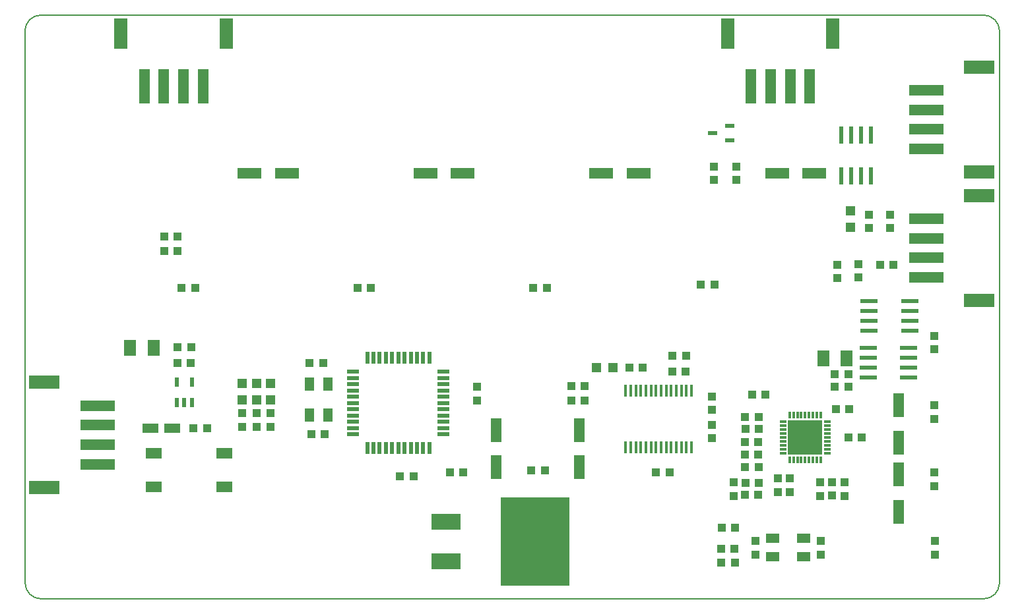
<source format=gtp>
%FSLAX23Y23*%
%MOIN*%
G70*
G01*
G75*
G04 Layer_Color=8421504*
%ADD10C,0.008*%
%ADD11C,0.020*%
%ADD12C,0.010*%
%ADD13C,0.030*%
%ADD14R,0.048X0.048*%
%ADD15R,0.048X0.048*%
%ADD16R,0.071X0.048*%
%ADD17R,0.048X0.071*%
%ADD18R,0.087X0.024*%
%ADD19R,0.038X0.012*%
%ADD20R,0.012X0.038*%
%ADD21R,0.173X0.173*%
%ADD22R,0.060X0.020*%
%ADD23R,0.020X0.060*%
%ADD24R,0.022X0.048*%
%ADD25R,0.016X0.060*%
%ADD26R,0.150X0.082*%
%ADD27R,0.350X0.450*%
%ADD28R,0.083X0.052*%
%ADD29R,0.040X0.044*%
%ADD30R,0.044X0.040*%
%ADD31R,0.024X0.087*%
%ADD32R,0.046X0.021*%
%ADD33R,0.178X0.052*%
%ADD34R,0.154X0.071*%
%ADD35R,0.052X0.178*%
%ADD36R,0.071X0.154*%
%ADD37R,0.056X0.119*%
%ADD38R,0.043X0.042*%
%ADD39R,0.042X0.043*%
%ADD40R,0.060X0.079*%
%ADD41R,0.119X0.056*%
%ADD42R,0.079X0.048*%
%ADD43C,0.040*%
%ADD44C,0.012*%
%ADD45C,0.015*%
%ADD46C,0.006*%
%ADD47O,0.060X0.120*%
%ADD48C,0.054*%
%ADD49C,0.137*%
%ADD50C,0.060*%
%ADD51O,0.102X0.295*%
%ADD52O,0.181X0.059*%
%ADD53O,0.063X0.189*%
%ADD54C,0.066*%
%ADD55C,0.135*%
%ADD56P,0.065X8X22.5*%
%ADD57C,0.230*%
%ADD58C,0.056*%
%ADD59C,0.030*%
%ADD60C,0.040*%
%ADD61C,0.000*%
%ADD62C,0.004*%
%ADD63C,0.005*%
%ADD64R,0.006X0.012*%
%ADD65R,0.006X0.012*%
%ADD66R,0.012X0.012*%
%ADD67R,0.008X0.008*%
%ADD68R,0.098X0.056*%
D14*
X4170Y1964D02*
D03*
Y1881D02*
D03*
X1240Y1090D02*
D03*
Y1007D02*
D03*
X1168Y1090D02*
D03*
Y1007D02*
D03*
X1096Y1090D02*
D03*
Y1007D02*
D03*
D15*
X2886Y1170D02*
D03*
X2969D02*
D03*
D16*
X3934Y212D02*
D03*
X3776D02*
D03*
X3934Y307D02*
D03*
X3776D02*
D03*
D17*
X1530Y1087D02*
D03*
Y929D02*
D03*
X1435Y1087D02*
D03*
Y929D02*
D03*
D18*
X4263Y1456D02*
D03*
X4468D02*
D03*
X4263Y1506D02*
D03*
Y1406D02*
D03*
Y1356D02*
D03*
X4468Y1506D02*
D03*
Y1406D02*
D03*
Y1356D02*
D03*
X4259Y1220D02*
D03*
X4464D02*
D03*
X4259Y1270D02*
D03*
Y1170D02*
D03*
Y1120D02*
D03*
X4464Y1270D02*
D03*
Y1170D02*
D03*
Y1120D02*
D03*
D19*
X4054Y737D02*
D03*
Y757D02*
D03*
Y777D02*
D03*
Y796D02*
D03*
Y816D02*
D03*
Y836D02*
D03*
Y855D02*
D03*
Y875D02*
D03*
Y895D02*
D03*
X3828D02*
D03*
Y875D02*
D03*
Y855D02*
D03*
Y836D02*
D03*
Y816D02*
D03*
Y796D02*
D03*
Y777D02*
D03*
Y757D02*
D03*
Y737D02*
D03*
D20*
X4020Y929D02*
D03*
X4000D02*
D03*
X3980D02*
D03*
X3961D02*
D03*
X3941D02*
D03*
X3921D02*
D03*
X3902D02*
D03*
X3882D02*
D03*
X3862D02*
D03*
Y703D02*
D03*
X3882D02*
D03*
X3902D02*
D03*
X3921D02*
D03*
X3941D02*
D03*
X3961D02*
D03*
X3980D02*
D03*
X4000D02*
D03*
X4020D02*
D03*
D21*
X3941Y816D02*
D03*
D22*
X1657Y1148D02*
D03*
Y1116D02*
D03*
Y1085D02*
D03*
Y1053D02*
D03*
Y1022D02*
D03*
Y990D02*
D03*
Y959D02*
D03*
Y927D02*
D03*
Y896D02*
D03*
Y864D02*
D03*
Y833D02*
D03*
X2114D02*
D03*
Y864D02*
D03*
Y896D02*
D03*
Y927D02*
D03*
Y959D02*
D03*
Y990D02*
D03*
Y1022D02*
D03*
Y1053D02*
D03*
Y1085D02*
D03*
Y1116D02*
D03*
Y1148D02*
D03*
D23*
X1728Y762D02*
D03*
X1759D02*
D03*
X1791D02*
D03*
X1822D02*
D03*
X1854D02*
D03*
X1885D02*
D03*
X1917D02*
D03*
X1948D02*
D03*
X1980D02*
D03*
X2011D02*
D03*
X2043D02*
D03*
Y1219D02*
D03*
X2011D02*
D03*
X1980D02*
D03*
X1948D02*
D03*
X1917D02*
D03*
X1885D02*
D03*
X1854D02*
D03*
X1822D02*
D03*
X1791D02*
D03*
X1759D02*
D03*
X1728D02*
D03*
D24*
X767Y1097D02*
D03*
X842D02*
D03*
Y994D02*
D03*
X804D02*
D03*
X767D02*
D03*
D25*
X3034Y766D02*
D03*
X3059D02*
D03*
X3085D02*
D03*
X3110D02*
D03*
X3136D02*
D03*
X3162D02*
D03*
X3187D02*
D03*
X3213D02*
D03*
X3239D02*
D03*
X3264D02*
D03*
X3290D02*
D03*
X3316D02*
D03*
X3341D02*
D03*
X3367D02*
D03*
Y1052D02*
D03*
X3341D02*
D03*
X3316D02*
D03*
X3290D02*
D03*
X3264D02*
D03*
X3239D02*
D03*
X3213D02*
D03*
X3187D02*
D03*
X3162D02*
D03*
X3136D02*
D03*
X3110D02*
D03*
X3085D02*
D03*
X3059D02*
D03*
X3034D02*
D03*
D26*
X2125Y391D02*
D03*
Y191D02*
D03*
D27*
X2575Y291D02*
D03*
D28*
X1007Y565D02*
D03*
Y735D02*
D03*
X648Y565D02*
D03*
Y735D02*
D03*
D29*
X3517Y252D02*
D03*
X3584D02*
D03*
X3637Y794D02*
D03*
X3704D02*
D03*
X3638Y858D02*
D03*
X3705D02*
D03*
X3673Y1033D02*
D03*
X3740D02*
D03*
X3704Y730D02*
D03*
X3637D02*
D03*
X3638Y587D02*
D03*
X3705D02*
D03*
X3637Y525D02*
D03*
X3704D02*
D03*
X769Y1760D02*
D03*
X702D02*
D03*
X769Y1832D02*
D03*
X702D02*
D03*
X4320Y1691D02*
D03*
X4387D02*
D03*
X2758Y1003D02*
D03*
X2825D02*
D03*
X837Y1194D02*
D03*
X770D02*
D03*
X3121Y1170D02*
D03*
X3054D02*
D03*
X3270Y1149D02*
D03*
X3337D02*
D03*
D30*
X4077Y522D02*
D03*
Y589D02*
D03*
X3803Y608D02*
D03*
Y541D02*
D03*
X4368Y1876D02*
D03*
Y1943D02*
D03*
X4264Y1942D02*
D03*
Y1875D02*
D03*
X3592Y2119D02*
D03*
Y2186D02*
D03*
X3480Y2185D02*
D03*
Y2118D02*
D03*
X4210Y1625D02*
D03*
Y1692D02*
D03*
X1168Y871D02*
D03*
Y938D02*
D03*
X1096Y871D02*
D03*
Y938D02*
D03*
X3470Y814D02*
D03*
Y881D02*
D03*
X1240Y871D02*
D03*
Y938D02*
D03*
D31*
X4174Y2140D02*
D03*
Y2345D02*
D03*
X4124Y2140D02*
D03*
X4224D02*
D03*
X4274D02*
D03*
X4124Y2345D02*
D03*
X4224D02*
D03*
X4274D02*
D03*
D32*
X3560Y2320D02*
D03*
Y2394D02*
D03*
X3474Y2357D02*
D03*
D33*
X4553Y2375D02*
D03*
Y2277D02*
D03*
Y2474D02*
D03*
Y2573D02*
D03*
Y1725D02*
D03*
Y1627D02*
D03*
Y1824D02*
D03*
Y1923D02*
D03*
X365Y879D02*
D03*
Y977D02*
D03*
Y780D02*
D03*
Y681D02*
D03*
D34*
X4821Y2159D02*
D03*
Y2691D02*
D03*
Y1509D02*
D03*
Y2041D02*
D03*
X97Y1095D02*
D03*
Y563D02*
D03*
D35*
X3865Y2592D02*
D03*
X3963D02*
D03*
X3766D02*
D03*
X3667D02*
D03*
X800D02*
D03*
X898D02*
D03*
X701D02*
D03*
X602D02*
D03*
D36*
X4081Y2860D02*
D03*
X3549D02*
D03*
X1016D02*
D03*
X484D02*
D03*
D37*
X4412Y441D02*
D03*
Y630D02*
D03*
X4413Y978D02*
D03*
Y789D02*
D03*
X2800Y665D02*
D03*
Y854D02*
D03*
X2380Y665D02*
D03*
Y854D02*
D03*
D38*
X4594Y638D02*
D03*
Y569D02*
D03*
X4596Y293D02*
D03*
Y224D02*
D03*
X4594Y1331D02*
D03*
Y1262D02*
D03*
Y978D02*
D03*
Y909D02*
D03*
X4017Y590D02*
D03*
Y521D02*
D03*
X3580Y590D02*
D03*
Y521D02*
D03*
X3689Y223D02*
D03*
Y292D02*
D03*
X4018Y293D02*
D03*
Y224D02*
D03*
X3864Y610D02*
D03*
Y541D02*
D03*
X4139Y589D02*
D03*
Y520D02*
D03*
X4104Y1622D02*
D03*
Y1691D02*
D03*
X2282Y1003D02*
D03*
Y1072D02*
D03*
X3470Y955D02*
D03*
Y1024D02*
D03*
D39*
X3518Y359D02*
D03*
X3587D02*
D03*
X3516Y183D02*
D03*
X3585D02*
D03*
X4090Y1074D02*
D03*
X4159D02*
D03*
X3705Y666D02*
D03*
X3636D02*
D03*
X4158Y816D02*
D03*
X4227D02*
D03*
X4095Y958D02*
D03*
X4164D02*
D03*
X3706Y919D02*
D03*
X3637D02*
D03*
X4090Y1137D02*
D03*
X4159D02*
D03*
X3414Y1588D02*
D03*
X3483D02*
D03*
X2566Y1572D02*
D03*
X2635D02*
D03*
X1678D02*
D03*
X1747D02*
D03*
X790D02*
D03*
X859D02*
D03*
X1893Y620D02*
D03*
X1962D02*
D03*
X1514Y832D02*
D03*
X1445D02*
D03*
X1506Y1192D02*
D03*
X1437D02*
D03*
X770Y1274D02*
D03*
X839D02*
D03*
X2827Y1076D02*
D03*
X2758D02*
D03*
X849Y863D02*
D03*
X918D02*
D03*
X2626Y650D02*
D03*
X2557D02*
D03*
X3269Y1228D02*
D03*
X3338D02*
D03*
X3186Y640D02*
D03*
X3255D02*
D03*
X2214D02*
D03*
X2145D02*
D03*
D40*
X4032Y1217D02*
D03*
X4151D02*
D03*
X650Y1271D02*
D03*
X531D02*
D03*
D41*
X3987Y2152D02*
D03*
X3798D02*
D03*
X3099D02*
D03*
X2910D02*
D03*
X2211D02*
D03*
X2022D02*
D03*
X1323D02*
D03*
X1134D02*
D03*
D42*
X632Y863D02*
D03*
X743D02*
D03*
D46*
X79Y2953D02*
G03*
X0Y2875I-1J-79D01*
G01*
X4922D02*
G03*
X4843Y2953I-79J-1D01*
G01*
Y0D02*
G03*
X4922Y79I0J79D01*
G01*
X0D02*
G03*
X79Y0I79J0D01*
G01*
Y2953D02*
X4843D01*
X4922Y79D02*
Y2875D01*
X79Y0D02*
X4843D01*
X0Y79D02*
Y2875D01*
M02*

</source>
